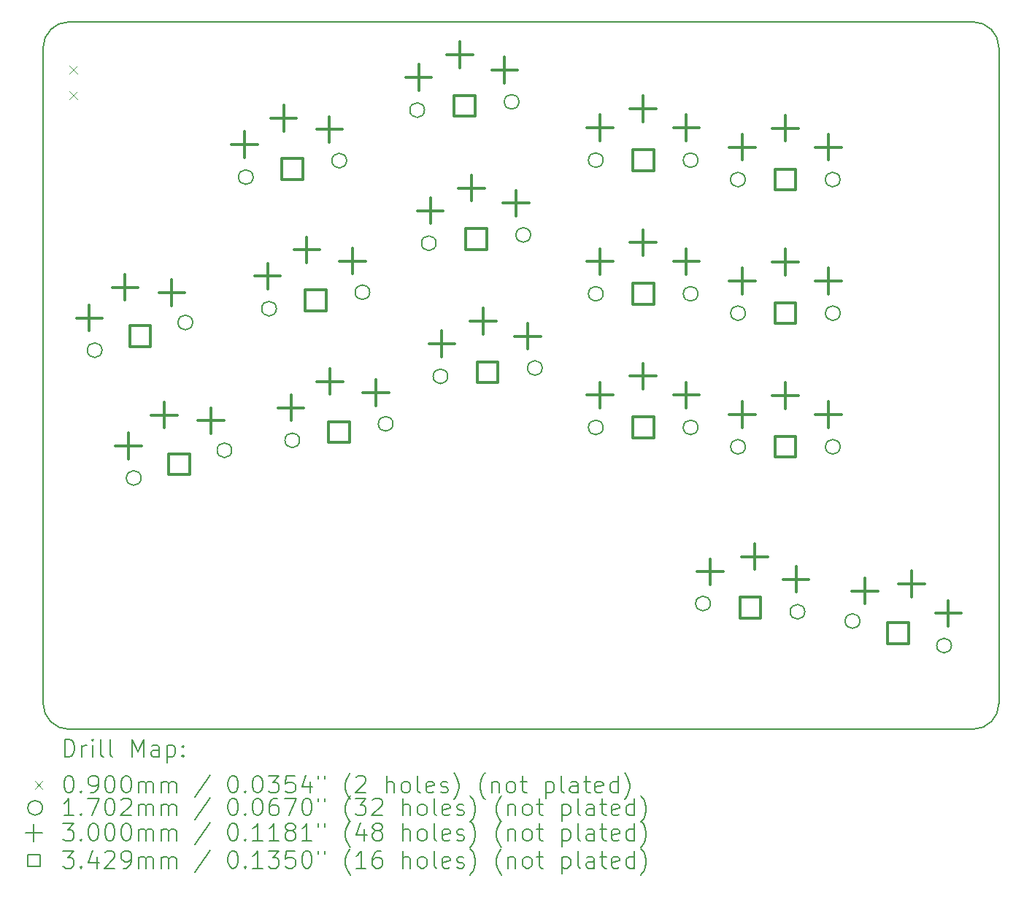
<source format=gbr>
%FSLAX45Y45*%
G04 Gerber Fmt 4.5, Leading zero omitted, Abs format (unit mm)*
G04 Created by KiCad (PCBNEW (6.0.4-0)) date 2022-06-15 11:13:43*
%MOMM*%
%LPD*%
G01*
G04 APERTURE LIST*
%TA.AperFunction,Profile*%
%ADD10C,0.150000*%
%TD*%
%ADD11C,0.200000*%
%ADD12C,0.090000*%
%ADD13C,0.170180*%
%ADD14C,0.300000*%
%ADD15C,0.342900*%
G04 APERTURE END LIST*
D10*
X19450634Y-5704187D02*
X29937965Y-5704187D01*
X30237973Y-6004187D02*
G75*
G03*
X29937965Y-5704187I-300003J-3D01*
G01*
X29937965Y-13909590D02*
X19450634Y-13909590D01*
X30237965Y-6004187D02*
X30237965Y-13609590D01*
X29937965Y-13909585D02*
G75*
G03*
X30237965Y-13609590I5J299995D01*
G01*
X19150640Y-13609590D02*
G75*
G03*
X19450634Y-13909590I299990J-10D01*
G01*
X19450634Y-5704184D02*
G75*
G03*
X19150634Y-6004187I6J-300006D01*
G01*
X19150634Y-13609590D02*
X19150634Y-6004187D01*
D11*
D12*
X19457176Y-6211550D02*
X19547176Y-6301550D01*
X19547176Y-6211550D02*
X19457176Y-6301550D01*
X19457176Y-6511550D02*
X19547176Y-6601550D01*
X19547176Y-6511550D02*
X19457176Y-6601550D01*
D13*
X19833566Y-9512519D02*
G75*
G03*
X19833566Y-9512519I-85090J0D01*
G01*
X20286742Y-10994792D02*
G75*
G03*
X20286742Y-10994792I-85090J0D01*
G01*
X20885501Y-9190910D02*
G75*
G03*
X20885501Y-9190910I-85090J0D01*
G01*
X21338677Y-10673183D02*
G75*
G03*
X21338677Y-10673183I-85090J0D01*
G01*
X21587224Y-7504615D02*
G75*
G03*
X21587224Y-7504615I-85090J0D01*
G01*
X21856378Y-9031068D02*
G75*
G03*
X21856378Y-9031068I-85090J0D01*
G01*
X22125533Y-10557520D02*
G75*
G03*
X22125533Y-10557520I-85090J0D01*
G01*
X22670512Y-7313602D02*
G75*
G03*
X22670512Y-7313602I-85090J0D01*
G01*
X22939667Y-8840055D02*
G75*
G03*
X22939667Y-8840055I-85090J0D01*
G01*
X23208821Y-10366507D02*
G75*
G03*
X23208821Y-10366507I-85090J0D01*
G01*
X23574406Y-6727138D02*
G75*
G03*
X23574406Y-6727138I-85090J0D01*
G01*
X23709498Y-8271240D02*
G75*
G03*
X23709498Y-8271240I-85090J0D01*
G01*
X23844589Y-9815342D02*
G75*
G03*
X23844589Y-9815342I-85090J0D01*
G01*
X24670220Y-6631267D02*
G75*
G03*
X24670220Y-6631267I-85090J0D01*
G01*
X24805312Y-8175369D02*
G75*
G03*
X24805312Y-8175369I-85090J0D01*
G01*
X24940403Y-9719471D02*
G75*
G03*
X24940403Y-9719471I-85090J0D01*
G01*
X25646290Y-7308200D02*
G75*
G03*
X25646290Y-7308200I-85090J0D01*
G01*
X25646290Y-8858200D02*
G75*
G03*
X25646290Y-8858200I-85090J0D01*
G01*
X25646290Y-10408200D02*
G75*
G03*
X25646290Y-10408200I-85090J0D01*
G01*
X26746290Y-7308200D02*
G75*
G03*
X26746290Y-7308200I-85090J0D01*
G01*
X26746290Y-8858200D02*
G75*
G03*
X26746290Y-8858200I-85090J0D01*
G01*
X26746290Y-10408200D02*
G75*
G03*
X26746290Y-10408200I-85090J0D01*
G01*
X26890280Y-12451071D02*
G75*
G03*
X26890280Y-12451071I-85090J0D01*
G01*
X27295290Y-7533074D02*
G75*
G03*
X27295290Y-7533074I-85090J0D01*
G01*
X27296290Y-9083200D02*
G75*
G03*
X27296290Y-9083200I-85090J0D01*
G01*
X27296290Y-10633200D02*
G75*
G03*
X27296290Y-10633200I-85090J0D01*
G01*
X27986095Y-12546942D02*
G75*
G03*
X27986095Y-12546942I-85090J0D01*
G01*
X28395290Y-7533074D02*
G75*
G03*
X28395290Y-7533074I-85090J0D01*
G01*
X28396290Y-9083200D02*
G75*
G03*
X28396290Y-9083200I-85090J0D01*
G01*
X28396290Y-10633200D02*
G75*
G03*
X28396290Y-10633200I-85090J0D01*
G01*
X28624323Y-12654566D02*
G75*
G03*
X28624323Y-12654566I-85090J0D01*
G01*
X29686841Y-12939267D02*
G75*
G03*
X29686841Y-12939267I-85090J0D01*
G01*
D14*
X19686651Y-8989287D02*
X19686651Y-9289287D01*
X19536651Y-9139287D02*
X19836651Y-9139287D01*
X20100482Y-8632714D02*
X20100482Y-8932714D01*
X19950482Y-8782714D02*
X20250482Y-8782714D01*
X20139828Y-10471559D02*
X20139828Y-10771559D01*
X19989828Y-10621559D02*
X20289828Y-10621559D01*
X20553658Y-10114986D02*
X20553658Y-10414986D01*
X20403658Y-10264986D02*
X20703658Y-10264986D01*
X20642956Y-8696915D02*
X20642956Y-8996915D01*
X20492956Y-8846915D02*
X20792956Y-8846915D01*
X21096132Y-10179187D02*
X21096132Y-10479187D01*
X20946132Y-10329187D02*
X21246132Y-10329187D01*
X21486256Y-6976630D02*
X21486256Y-7276630D01*
X21336256Y-7126630D02*
X21636256Y-7126630D01*
X21755411Y-8503082D02*
X21755411Y-8803082D01*
X21605411Y-8653082D02*
X21905411Y-8653082D01*
X21940457Y-6673148D02*
X21940457Y-6973148D01*
X21790457Y-6823148D02*
X22090457Y-6823148D01*
X22024565Y-10029534D02*
X22024565Y-10329534D01*
X21874565Y-10179534D02*
X22174565Y-10179534D01*
X22209612Y-8199600D02*
X22209612Y-8499600D01*
X22059612Y-8349600D02*
X22359612Y-8349600D01*
X22471064Y-6802982D02*
X22471064Y-7102982D01*
X22321064Y-6952982D02*
X22621064Y-6952982D01*
X22478766Y-9726052D02*
X22478766Y-10026052D01*
X22328767Y-9876052D02*
X22628766Y-9876052D01*
X22740218Y-8329434D02*
X22740218Y-8629434D01*
X22590218Y-8479434D02*
X22890218Y-8479434D01*
X23009373Y-9855886D02*
X23009373Y-10155886D01*
X22859373Y-10005886D02*
X23159373Y-10005886D01*
X23506442Y-6199208D02*
X23506442Y-6499208D01*
X23356442Y-6349208D02*
X23656442Y-6349208D01*
X23641534Y-7743309D02*
X23641534Y-8043309D01*
X23491534Y-7893309D02*
X23791534Y-7893309D01*
X23776625Y-9287411D02*
X23776625Y-9587411D01*
X23626625Y-9437411D02*
X23926625Y-9437411D01*
X23985365Y-5936467D02*
X23985365Y-6236467D01*
X23835365Y-6086467D02*
X24135365Y-6086467D01*
X24120457Y-7480569D02*
X24120457Y-7780569D01*
X23970457Y-7630569D02*
X24270457Y-7630569D01*
X24255548Y-9024670D02*
X24255548Y-9324670D01*
X24105548Y-9174670D02*
X24405548Y-9174670D01*
X24502637Y-6112052D02*
X24502637Y-6412052D01*
X24352637Y-6262052D02*
X24652637Y-6262052D01*
X24637729Y-7656154D02*
X24637729Y-7956154D01*
X24487729Y-7806154D02*
X24787729Y-7806154D01*
X24772820Y-9200255D02*
X24772820Y-9500255D01*
X24622820Y-9350255D02*
X24922820Y-9350255D01*
X25611200Y-6783200D02*
X25611200Y-7083200D01*
X25461200Y-6933200D02*
X25761200Y-6933200D01*
X25611200Y-8333200D02*
X25611200Y-8633200D01*
X25461200Y-8483200D02*
X25761200Y-8483200D01*
X25611200Y-9883200D02*
X25611200Y-10183200D01*
X25461200Y-10033200D02*
X25761200Y-10033200D01*
X26111200Y-6563200D02*
X26111200Y-6863200D01*
X25961200Y-6713200D02*
X26261200Y-6713200D01*
X26111200Y-8113200D02*
X26111200Y-8413200D01*
X25961200Y-8263200D02*
X26261200Y-8263200D01*
X26111200Y-9663200D02*
X26111200Y-9963200D01*
X25961200Y-9813200D02*
X26261200Y-9813200D01*
X26611200Y-6783200D02*
X26611200Y-7083200D01*
X26461200Y-6933200D02*
X26761200Y-6933200D01*
X26611200Y-8333200D02*
X26611200Y-8633200D01*
X26461200Y-8483200D02*
X26761200Y-8483200D01*
X26611200Y-9883200D02*
X26611200Y-10183200D01*
X26461200Y-10033200D02*
X26761200Y-10033200D01*
X26887683Y-11931856D02*
X26887683Y-12231856D01*
X26737683Y-12081856D02*
X27037683Y-12081856D01*
X27260200Y-7008075D02*
X27260200Y-7308075D01*
X27110200Y-7158075D02*
X27410200Y-7158075D01*
X27261200Y-8558200D02*
X27261200Y-8858200D01*
X27111200Y-8708200D02*
X27411200Y-8708200D01*
X27261200Y-10108200D02*
X27261200Y-10408200D01*
X27111200Y-10258200D02*
X27411200Y-10258200D01*
X27404955Y-11756271D02*
X27404955Y-12056271D01*
X27254955Y-11906271D02*
X27554955Y-11906271D01*
X27760200Y-6788074D02*
X27760200Y-7088074D01*
X27610200Y-6938074D02*
X27910200Y-6938074D01*
X27761200Y-8338200D02*
X27761200Y-8638200D01*
X27611200Y-8488200D02*
X27911200Y-8488200D01*
X27761200Y-9888200D02*
X27761200Y-10188200D01*
X27611200Y-10038200D02*
X27911200Y-10038200D01*
X27883878Y-12019011D02*
X27883878Y-12319011D01*
X27733878Y-12169011D02*
X28033878Y-12169011D01*
X28260200Y-7008075D02*
X28260200Y-7308075D01*
X28110200Y-7158075D02*
X28410200Y-7158075D01*
X28261200Y-8558200D02*
X28261200Y-8858200D01*
X28111200Y-8708200D02*
X28411200Y-8708200D01*
X28261200Y-10108200D02*
X28261200Y-10408200D01*
X28111200Y-10258200D02*
X28411200Y-10258200D01*
X28684586Y-12155285D02*
X28684586Y-12455285D01*
X28534586Y-12305285D02*
X28834586Y-12305285D01*
X29224489Y-12072191D02*
X29224489Y-12372191D01*
X29074489Y-12222191D02*
X29374489Y-12222191D01*
X29650512Y-12414104D02*
X29650512Y-12714104D01*
X29500512Y-12564104D02*
X29800512Y-12564104D01*
D15*
X20395678Y-9472949D02*
X20395678Y-9230480D01*
X20153209Y-9230480D01*
X20153209Y-9472949D01*
X20395678Y-9472949D01*
X20848854Y-10955222D02*
X20848854Y-10712753D01*
X20606385Y-10712753D01*
X20606385Y-10955222D01*
X20848854Y-10955222D01*
X22165013Y-7530344D02*
X22165013Y-7287874D01*
X21922543Y-7287874D01*
X21922543Y-7530344D01*
X22165013Y-7530344D01*
X22434167Y-9056796D02*
X22434167Y-8814326D01*
X22191698Y-8814326D01*
X22191698Y-9056796D01*
X22434167Y-9056796D01*
X22703322Y-10583248D02*
X22703322Y-10340778D01*
X22460853Y-10340778D01*
X22460853Y-10583248D01*
X22703322Y-10583248D01*
X24158458Y-6800437D02*
X24158458Y-6557968D01*
X23915989Y-6557968D01*
X23915989Y-6800437D01*
X24158458Y-6800437D01*
X24293549Y-8344539D02*
X24293549Y-8102070D01*
X24051080Y-8102070D01*
X24051080Y-8344539D01*
X24293549Y-8344539D01*
X24428641Y-9888641D02*
X24428641Y-9646172D01*
X24186171Y-9646172D01*
X24186171Y-9888641D01*
X24428641Y-9888641D01*
X26232435Y-7429435D02*
X26232435Y-7186965D01*
X25989965Y-7186965D01*
X25989965Y-7429435D01*
X26232435Y-7429435D01*
X26232435Y-8979435D02*
X26232435Y-8736965D01*
X25989965Y-8736965D01*
X25989965Y-8979435D01*
X26232435Y-8979435D01*
X26232435Y-10529435D02*
X26232435Y-10286965D01*
X25989965Y-10286965D01*
X25989965Y-10529435D01*
X26232435Y-10529435D01*
X27474332Y-12620241D02*
X27474332Y-12377772D01*
X27231863Y-12377772D01*
X27231863Y-12620241D01*
X27474332Y-12620241D01*
X27881434Y-7654309D02*
X27881434Y-7411840D01*
X27638965Y-7411840D01*
X27638965Y-7654309D01*
X27881434Y-7654309D01*
X27882435Y-9204435D02*
X27882435Y-8961965D01*
X27639965Y-8961965D01*
X27639965Y-9204435D01*
X27882435Y-9204435D01*
X27882435Y-10754435D02*
X27882435Y-10511965D01*
X27639965Y-10511965D01*
X27639965Y-10754435D01*
X27882435Y-10754435D01*
X29191727Y-12918152D02*
X29191727Y-12675682D01*
X28949258Y-12675682D01*
X28949258Y-12918152D01*
X29191727Y-12918152D01*
D11*
X19400753Y-14227566D02*
X19400753Y-14027566D01*
X19448372Y-14027566D01*
X19476944Y-14037090D01*
X19495991Y-14056137D01*
X19505515Y-14075185D01*
X19515039Y-14113280D01*
X19515039Y-14141852D01*
X19505515Y-14179947D01*
X19495991Y-14198995D01*
X19476944Y-14218042D01*
X19448372Y-14227566D01*
X19400753Y-14227566D01*
X19600753Y-14227566D02*
X19600753Y-14094233D01*
X19600753Y-14132328D02*
X19610277Y-14113280D01*
X19619801Y-14103756D01*
X19638849Y-14094233D01*
X19657896Y-14094233D01*
X19724563Y-14227566D02*
X19724563Y-14094233D01*
X19724563Y-14027566D02*
X19715039Y-14037090D01*
X19724563Y-14046614D01*
X19734087Y-14037090D01*
X19724563Y-14027566D01*
X19724563Y-14046614D01*
X19848372Y-14227566D02*
X19829325Y-14218042D01*
X19819801Y-14198995D01*
X19819801Y-14027566D01*
X19953134Y-14227566D02*
X19934087Y-14218042D01*
X19924563Y-14198995D01*
X19924563Y-14027566D01*
X20181706Y-14227566D02*
X20181706Y-14027566D01*
X20248372Y-14170423D01*
X20315039Y-14027566D01*
X20315039Y-14227566D01*
X20495991Y-14227566D02*
X20495991Y-14122804D01*
X20486468Y-14103756D01*
X20467420Y-14094233D01*
X20429325Y-14094233D01*
X20410277Y-14103756D01*
X20495991Y-14218042D02*
X20476944Y-14227566D01*
X20429325Y-14227566D01*
X20410277Y-14218042D01*
X20400753Y-14198995D01*
X20400753Y-14179947D01*
X20410277Y-14160899D01*
X20429325Y-14151376D01*
X20476944Y-14151376D01*
X20495991Y-14141852D01*
X20591230Y-14094233D02*
X20591230Y-14294233D01*
X20591230Y-14103756D02*
X20610277Y-14094233D01*
X20648372Y-14094233D01*
X20667420Y-14103756D01*
X20676944Y-14113280D01*
X20686468Y-14132328D01*
X20686468Y-14189471D01*
X20676944Y-14208518D01*
X20667420Y-14218042D01*
X20648372Y-14227566D01*
X20610277Y-14227566D01*
X20591230Y-14218042D01*
X20772182Y-14208518D02*
X20781706Y-14218042D01*
X20772182Y-14227566D01*
X20762658Y-14218042D01*
X20772182Y-14208518D01*
X20772182Y-14227566D01*
X20772182Y-14103756D02*
X20781706Y-14113280D01*
X20772182Y-14122804D01*
X20762658Y-14113280D01*
X20772182Y-14103756D01*
X20772182Y-14122804D01*
D12*
X19053134Y-14512090D02*
X19143134Y-14602090D01*
X19143134Y-14512090D02*
X19053134Y-14602090D01*
D11*
X19438849Y-14447566D02*
X19457896Y-14447566D01*
X19476944Y-14457090D01*
X19486468Y-14466614D01*
X19495991Y-14485661D01*
X19505515Y-14523756D01*
X19505515Y-14571376D01*
X19495991Y-14609471D01*
X19486468Y-14628518D01*
X19476944Y-14638042D01*
X19457896Y-14647566D01*
X19438849Y-14647566D01*
X19419801Y-14638042D01*
X19410277Y-14628518D01*
X19400753Y-14609471D01*
X19391230Y-14571376D01*
X19391230Y-14523756D01*
X19400753Y-14485661D01*
X19410277Y-14466614D01*
X19419801Y-14457090D01*
X19438849Y-14447566D01*
X19591230Y-14628518D02*
X19600753Y-14638042D01*
X19591230Y-14647566D01*
X19581706Y-14638042D01*
X19591230Y-14628518D01*
X19591230Y-14647566D01*
X19695991Y-14647566D02*
X19734087Y-14647566D01*
X19753134Y-14638042D01*
X19762658Y-14628518D01*
X19781706Y-14599947D01*
X19791230Y-14561852D01*
X19791230Y-14485661D01*
X19781706Y-14466614D01*
X19772182Y-14457090D01*
X19753134Y-14447566D01*
X19715039Y-14447566D01*
X19695991Y-14457090D01*
X19686468Y-14466614D01*
X19676944Y-14485661D01*
X19676944Y-14533280D01*
X19686468Y-14552328D01*
X19695991Y-14561852D01*
X19715039Y-14571376D01*
X19753134Y-14571376D01*
X19772182Y-14561852D01*
X19781706Y-14552328D01*
X19791230Y-14533280D01*
X19915039Y-14447566D02*
X19934087Y-14447566D01*
X19953134Y-14457090D01*
X19962658Y-14466614D01*
X19972182Y-14485661D01*
X19981706Y-14523756D01*
X19981706Y-14571376D01*
X19972182Y-14609471D01*
X19962658Y-14628518D01*
X19953134Y-14638042D01*
X19934087Y-14647566D01*
X19915039Y-14647566D01*
X19895991Y-14638042D01*
X19886468Y-14628518D01*
X19876944Y-14609471D01*
X19867420Y-14571376D01*
X19867420Y-14523756D01*
X19876944Y-14485661D01*
X19886468Y-14466614D01*
X19895991Y-14457090D01*
X19915039Y-14447566D01*
X20105515Y-14447566D02*
X20124563Y-14447566D01*
X20143610Y-14457090D01*
X20153134Y-14466614D01*
X20162658Y-14485661D01*
X20172182Y-14523756D01*
X20172182Y-14571376D01*
X20162658Y-14609471D01*
X20153134Y-14628518D01*
X20143610Y-14638042D01*
X20124563Y-14647566D01*
X20105515Y-14647566D01*
X20086468Y-14638042D01*
X20076944Y-14628518D01*
X20067420Y-14609471D01*
X20057896Y-14571376D01*
X20057896Y-14523756D01*
X20067420Y-14485661D01*
X20076944Y-14466614D01*
X20086468Y-14457090D01*
X20105515Y-14447566D01*
X20257896Y-14647566D02*
X20257896Y-14514233D01*
X20257896Y-14533280D02*
X20267420Y-14523756D01*
X20286468Y-14514233D01*
X20315039Y-14514233D01*
X20334087Y-14523756D01*
X20343610Y-14542804D01*
X20343610Y-14647566D01*
X20343610Y-14542804D02*
X20353134Y-14523756D01*
X20372182Y-14514233D01*
X20400753Y-14514233D01*
X20419801Y-14523756D01*
X20429325Y-14542804D01*
X20429325Y-14647566D01*
X20524563Y-14647566D02*
X20524563Y-14514233D01*
X20524563Y-14533280D02*
X20534087Y-14523756D01*
X20553134Y-14514233D01*
X20581706Y-14514233D01*
X20600753Y-14523756D01*
X20610277Y-14542804D01*
X20610277Y-14647566D01*
X20610277Y-14542804D02*
X20619801Y-14523756D01*
X20638849Y-14514233D01*
X20667420Y-14514233D01*
X20686468Y-14523756D01*
X20695991Y-14542804D01*
X20695991Y-14647566D01*
X21086468Y-14438042D02*
X20915039Y-14695185D01*
X21343610Y-14447566D02*
X21362658Y-14447566D01*
X21381706Y-14457090D01*
X21391230Y-14466614D01*
X21400753Y-14485661D01*
X21410277Y-14523756D01*
X21410277Y-14571376D01*
X21400753Y-14609471D01*
X21391230Y-14628518D01*
X21381706Y-14638042D01*
X21362658Y-14647566D01*
X21343610Y-14647566D01*
X21324563Y-14638042D01*
X21315039Y-14628518D01*
X21305515Y-14609471D01*
X21295991Y-14571376D01*
X21295991Y-14523756D01*
X21305515Y-14485661D01*
X21315039Y-14466614D01*
X21324563Y-14457090D01*
X21343610Y-14447566D01*
X21495991Y-14628518D02*
X21505515Y-14638042D01*
X21495991Y-14647566D01*
X21486468Y-14638042D01*
X21495991Y-14628518D01*
X21495991Y-14647566D01*
X21629325Y-14447566D02*
X21648372Y-14447566D01*
X21667420Y-14457090D01*
X21676944Y-14466614D01*
X21686468Y-14485661D01*
X21695991Y-14523756D01*
X21695991Y-14571376D01*
X21686468Y-14609471D01*
X21676944Y-14628518D01*
X21667420Y-14638042D01*
X21648372Y-14647566D01*
X21629325Y-14647566D01*
X21610277Y-14638042D01*
X21600753Y-14628518D01*
X21591230Y-14609471D01*
X21581706Y-14571376D01*
X21581706Y-14523756D01*
X21591230Y-14485661D01*
X21600753Y-14466614D01*
X21610277Y-14457090D01*
X21629325Y-14447566D01*
X21762658Y-14447566D02*
X21886468Y-14447566D01*
X21819801Y-14523756D01*
X21848372Y-14523756D01*
X21867420Y-14533280D01*
X21876944Y-14542804D01*
X21886468Y-14561852D01*
X21886468Y-14609471D01*
X21876944Y-14628518D01*
X21867420Y-14638042D01*
X21848372Y-14647566D01*
X21791230Y-14647566D01*
X21772182Y-14638042D01*
X21762658Y-14628518D01*
X22067420Y-14447566D02*
X21972182Y-14447566D01*
X21962658Y-14542804D01*
X21972182Y-14533280D01*
X21991230Y-14523756D01*
X22038849Y-14523756D01*
X22057896Y-14533280D01*
X22067420Y-14542804D01*
X22076944Y-14561852D01*
X22076944Y-14609471D01*
X22067420Y-14628518D01*
X22057896Y-14638042D01*
X22038849Y-14647566D01*
X21991230Y-14647566D01*
X21972182Y-14638042D01*
X21962658Y-14628518D01*
X22248372Y-14514233D02*
X22248372Y-14647566D01*
X22200753Y-14438042D02*
X22153134Y-14580899D01*
X22276944Y-14580899D01*
X22343610Y-14447566D02*
X22343610Y-14485661D01*
X22419801Y-14447566D02*
X22419801Y-14485661D01*
X22715039Y-14723756D02*
X22705515Y-14714233D01*
X22686468Y-14685661D01*
X22676944Y-14666614D01*
X22667420Y-14638042D01*
X22657896Y-14590423D01*
X22657896Y-14552328D01*
X22667420Y-14504709D01*
X22676944Y-14476137D01*
X22686468Y-14457090D01*
X22705515Y-14428518D01*
X22715039Y-14418995D01*
X22781706Y-14466614D02*
X22791229Y-14457090D01*
X22810277Y-14447566D01*
X22857896Y-14447566D01*
X22876944Y-14457090D01*
X22886468Y-14466614D01*
X22895991Y-14485661D01*
X22895991Y-14504709D01*
X22886468Y-14533280D01*
X22772182Y-14647566D01*
X22895991Y-14647566D01*
X23134087Y-14647566D02*
X23134087Y-14447566D01*
X23219801Y-14647566D02*
X23219801Y-14542804D01*
X23210277Y-14523756D01*
X23191229Y-14514233D01*
X23162658Y-14514233D01*
X23143610Y-14523756D01*
X23134087Y-14533280D01*
X23343610Y-14647566D02*
X23324563Y-14638042D01*
X23315039Y-14628518D01*
X23305515Y-14609471D01*
X23305515Y-14552328D01*
X23315039Y-14533280D01*
X23324563Y-14523756D01*
X23343610Y-14514233D01*
X23372182Y-14514233D01*
X23391229Y-14523756D01*
X23400753Y-14533280D01*
X23410277Y-14552328D01*
X23410277Y-14609471D01*
X23400753Y-14628518D01*
X23391229Y-14638042D01*
X23372182Y-14647566D01*
X23343610Y-14647566D01*
X23524563Y-14647566D02*
X23505515Y-14638042D01*
X23495991Y-14618995D01*
X23495991Y-14447566D01*
X23676944Y-14638042D02*
X23657896Y-14647566D01*
X23619801Y-14647566D01*
X23600753Y-14638042D01*
X23591229Y-14618995D01*
X23591229Y-14542804D01*
X23600753Y-14523756D01*
X23619801Y-14514233D01*
X23657896Y-14514233D01*
X23676944Y-14523756D01*
X23686468Y-14542804D01*
X23686468Y-14561852D01*
X23591229Y-14580899D01*
X23762658Y-14638042D02*
X23781706Y-14647566D01*
X23819801Y-14647566D01*
X23838848Y-14638042D01*
X23848372Y-14618995D01*
X23848372Y-14609471D01*
X23838848Y-14590423D01*
X23819801Y-14580899D01*
X23791229Y-14580899D01*
X23772182Y-14571376D01*
X23762658Y-14552328D01*
X23762658Y-14542804D01*
X23772182Y-14523756D01*
X23791229Y-14514233D01*
X23819801Y-14514233D01*
X23838848Y-14523756D01*
X23915039Y-14723756D02*
X23924563Y-14714233D01*
X23943610Y-14685661D01*
X23953134Y-14666614D01*
X23962658Y-14638042D01*
X23972182Y-14590423D01*
X23972182Y-14552328D01*
X23962658Y-14504709D01*
X23953134Y-14476137D01*
X23943610Y-14457090D01*
X23924563Y-14428518D01*
X23915039Y-14418995D01*
X24276944Y-14723756D02*
X24267420Y-14714233D01*
X24248372Y-14685661D01*
X24238848Y-14666614D01*
X24229325Y-14638042D01*
X24219801Y-14590423D01*
X24219801Y-14552328D01*
X24229325Y-14504709D01*
X24238848Y-14476137D01*
X24248372Y-14457090D01*
X24267420Y-14428518D01*
X24276944Y-14418995D01*
X24353134Y-14514233D02*
X24353134Y-14647566D01*
X24353134Y-14533280D02*
X24362658Y-14523756D01*
X24381706Y-14514233D01*
X24410277Y-14514233D01*
X24429325Y-14523756D01*
X24438848Y-14542804D01*
X24438848Y-14647566D01*
X24562658Y-14647566D02*
X24543610Y-14638042D01*
X24534087Y-14628518D01*
X24524563Y-14609471D01*
X24524563Y-14552328D01*
X24534087Y-14533280D01*
X24543610Y-14523756D01*
X24562658Y-14514233D01*
X24591229Y-14514233D01*
X24610277Y-14523756D01*
X24619801Y-14533280D01*
X24629325Y-14552328D01*
X24629325Y-14609471D01*
X24619801Y-14628518D01*
X24610277Y-14638042D01*
X24591229Y-14647566D01*
X24562658Y-14647566D01*
X24686468Y-14514233D02*
X24762658Y-14514233D01*
X24715039Y-14447566D02*
X24715039Y-14618995D01*
X24724563Y-14638042D01*
X24743610Y-14647566D01*
X24762658Y-14647566D01*
X24981706Y-14514233D02*
X24981706Y-14714233D01*
X24981706Y-14523756D02*
X25000753Y-14514233D01*
X25038848Y-14514233D01*
X25057896Y-14523756D01*
X25067420Y-14533280D01*
X25076944Y-14552328D01*
X25076944Y-14609471D01*
X25067420Y-14628518D01*
X25057896Y-14638042D01*
X25038848Y-14647566D01*
X25000753Y-14647566D01*
X24981706Y-14638042D01*
X25191229Y-14647566D02*
X25172182Y-14638042D01*
X25162658Y-14618995D01*
X25162658Y-14447566D01*
X25353134Y-14647566D02*
X25353134Y-14542804D01*
X25343610Y-14523756D01*
X25324563Y-14514233D01*
X25286468Y-14514233D01*
X25267420Y-14523756D01*
X25353134Y-14638042D02*
X25334087Y-14647566D01*
X25286468Y-14647566D01*
X25267420Y-14638042D01*
X25257896Y-14618995D01*
X25257896Y-14599947D01*
X25267420Y-14580899D01*
X25286468Y-14571376D01*
X25334087Y-14571376D01*
X25353134Y-14561852D01*
X25419801Y-14514233D02*
X25495991Y-14514233D01*
X25448372Y-14447566D02*
X25448372Y-14618995D01*
X25457896Y-14638042D01*
X25476944Y-14647566D01*
X25495991Y-14647566D01*
X25638848Y-14638042D02*
X25619801Y-14647566D01*
X25581706Y-14647566D01*
X25562658Y-14638042D01*
X25553134Y-14618995D01*
X25553134Y-14542804D01*
X25562658Y-14523756D01*
X25581706Y-14514233D01*
X25619801Y-14514233D01*
X25638848Y-14523756D01*
X25648372Y-14542804D01*
X25648372Y-14561852D01*
X25553134Y-14580899D01*
X25819801Y-14647566D02*
X25819801Y-14447566D01*
X25819801Y-14638042D02*
X25800753Y-14647566D01*
X25762658Y-14647566D01*
X25743610Y-14638042D01*
X25734087Y-14628518D01*
X25724563Y-14609471D01*
X25724563Y-14552328D01*
X25734087Y-14533280D01*
X25743610Y-14523756D01*
X25762658Y-14514233D01*
X25800753Y-14514233D01*
X25819801Y-14523756D01*
X25895991Y-14723756D02*
X25905515Y-14714233D01*
X25924563Y-14685661D01*
X25934087Y-14666614D01*
X25943610Y-14638042D01*
X25953134Y-14590423D01*
X25953134Y-14552328D01*
X25943610Y-14504709D01*
X25934087Y-14476137D01*
X25924563Y-14457090D01*
X25905515Y-14428518D01*
X25895991Y-14418995D01*
D13*
X19143134Y-14821090D02*
G75*
G03*
X19143134Y-14821090I-85090J0D01*
G01*
D11*
X19505515Y-14911566D02*
X19391230Y-14911566D01*
X19448372Y-14911566D02*
X19448372Y-14711566D01*
X19429325Y-14740137D01*
X19410277Y-14759185D01*
X19391230Y-14768709D01*
X19591230Y-14892518D02*
X19600753Y-14902042D01*
X19591230Y-14911566D01*
X19581706Y-14902042D01*
X19591230Y-14892518D01*
X19591230Y-14911566D01*
X19667420Y-14711566D02*
X19800753Y-14711566D01*
X19715039Y-14911566D01*
X19915039Y-14711566D02*
X19934087Y-14711566D01*
X19953134Y-14721090D01*
X19962658Y-14730614D01*
X19972182Y-14749661D01*
X19981706Y-14787756D01*
X19981706Y-14835376D01*
X19972182Y-14873471D01*
X19962658Y-14892518D01*
X19953134Y-14902042D01*
X19934087Y-14911566D01*
X19915039Y-14911566D01*
X19895991Y-14902042D01*
X19886468Y-14892518D01*
X19876944Y-14873471D01*
X19867420Y-14835376D01*
X19867420Y-14787756D01*
X19876944Y-14749661D01*
X19886468Y-14730614D01*
X19895991Y-14721090D01*
X19915039Y-14711566D01*
X20057896Y-14730614D02*
X20067420Y-14721090D01*
X20086468Y-14711566D01*
X20134087Y-14711566D01*
X20153134Y-14721090D01*
X20162658Y-14730614D01*
X20172182Y-14749661D01*
X20172182Y-14768709D01*
X20162658Y-14797280D01*
X20048372Y-14911566D01*
X20172182Y-14911566D01*
X20257896Y-14911566D02*
X20257896Y-14778233D01*
X20257896Y-14797280D02*
X20267420Y-14787756D01*
X20286468Y-14778233D01*
X20315039Y-14778233D01*
X20334087Y-14787756D01*
X20343610Y-14806804D01*
X20343610Y-14911566D01*
X20343610Y-14806804D02*
X20353134Y-14787756D01*
X20372182Y-14778233D01*
X20400753Y-14778233D01*
X20419801Y-14787756D01*
X20429325Y-14806804D01*
X20429325Y-14911566D01*
X20524563Y-14911566D02*
X20524563Y-14778233D01*
X20524563Y-14797280D02*
X20534087Y-14787756D01*
X20553134Y-14778233D01*
X20581706Y-14778233D01*
X20600753Y-14787756D01*
X20610277Y-14806804D01*
X20610277Y-14911566D01*
X20610277Y-14806804D02*
X20619801Y-14787756D01*
X20638849Y-14778233D01*
X20667420Y-14778233D01*
X20686468Y-14787756D01*
X20695991Y-14806804D01*
X20695991Y-14911566D01*
X21086468Y-14702042D02*
X20915039Y-14959185D01*
X21343610Y-14711566D02*
X21362658Y-14711566D01*
X21381706Y-14721090D01*
X21391230Y-14730614D01*
X21400753Y-14749661D01*
X21410277Y-14787756D01*
X21410277Y-14835376D01*
X21400753Y-14873471D01*
X21391230Y-14892518D01*
X21381706Y-14902042D01*
X21362658Y-14911566D01*
X21343610Y-14911566D01*
X21324563Y-14902042D01*
X21315039Y-14892518D01*
X21305515Y-14873471D01*
X21295991Y-14835376D01*
X21295991Y-14787756D01*
X21305515Y-14749661D01*
X21315039Y-14730614D01*
X21324563Y-14721090D01*
X21343610Y-14711566D01*
X21495991Y-14892518D02*
X21505515Y-14902042D01*
X21495991Y-14911566D01*
X21486468Y-14902042D01*
X21495991Y-14892518D01*
X21495991Y-14911566D01*
X21629325Y-14711566D02*
X21648372Y-14711566D01*
X21667420Y-14721090D01*
X21676944Y-14730614D01*
X21686468Y-14749661D01*
X21695991Y-14787756D01*
X21695991Y-14835376D01*
X21686468Y-14873471D01*
X21676944Y-14892518D01*
X21667420Y-14902042D01*
X21648372Y-14911566D01*
X21629325Y-14911566D01*
X21610277Y-14902042D01*
X21600753Y-14892518D01*
X21591230Y-14873471D01*
X21581706Y-14835376D01*
X21581706Y-14787756D01*
X21591230Y-14749661D01*
X21600753Y-14730614D01*
X21610277Y-14721090D01*
X21629325Y-14711566D01*
X21867420Y-14711566D02*
X21829325Y-14711566D01*
X21810277Y-14721090D01*
X21800753Y-14730614D01*
X21781706Y-14759185D01*
X21772182Y-14797280D01*
X21772182Y-14873471D01*
X21781706Y-14892518D01*
X21791230Y-14902042D01*
X21810277Y-14911566D01*
X21848372Y-14911566D01*
X21867420Y-14902042D01*
X21876944Y-14892518D01*
X21886468Y-14873471D01*
X21886468Y-14825852D01*
X21876944Y-14806804D01*
X21867420Y-14797280D01*
X21848372Y-14787756D01*
X21810277Y-14787756D01*
X21791230Y-14797280D01*
X21781706Y-14806804D01*
X21772182Y-14825852D01*
X21953134Y-14711566D02*
X22086468Y-14711566D01*
X22000753Y-14911566D01*
X22200753Y-14711566D02*
X22219801Y-14711566D01*
X22238849Y-14721090D01*
X22248372Y-14730614D01*
X22257896Y-14749661D01*
X22267420Y-14787756D01*
X22267420Y-14835376D01*
X22257896Y-14873471D01*
X22248372Y-14892518D01*
X22238849Y-14902042D01*
X22219801Y-14911566D01*
X22200753Y-14911566D01*
X22181706Y-14902042D01*
X22172182Y-14892518D01*
X22162658Y-14873471D01*
X22153134Y-14835376D01*
X22153134Y-14787756D01*
X22162658Y-14749661D01*
X22172182Y-14730614D01*
X22181706Y-14721090D01*
X22200753Y-14711566D01*
X22343610Y-14711566D02*
X22343610Y-14749661D01*
X22419801Y-14711566D02*
X22419801Y-14749661D01*
X22715039Y-14987756D02*
X22705515Y-14978233D01*
X22686468Y-14949661D01*
X22676944Y-14930614D01*
X22667420Y-14902042D01*
X22657896Y-14854423D01*
X22657896Y-14816328D01*
X22667420Y-14768709D01*
X22676944Y-14740137D01*
X22686468Y-14721090D01*
X22705515Y-14692518D01*
X22715039Y-14682995D01*
X22772182Y-14711566D02*
X22895991Y-14711566D01*
X22829325Y-14787756D01*
X22857896Y-14787756D01*
X22876944Y-14797280D01*
X22886468Y-14806804D01*
X22895991Y-14825852D01*
X22895991Y-14873471D01*
X22886468Y-14892518D01*
X22876944Y-14902042D01*
X22857896Y-14911566D01*
X22800753Y-14911566D01*
X22781706Y-14902042D01*
X22772182Y-14892518D01*
X22972182Y-14730614D02*
X22981706Y-14721090D01*
X23000753Y-14711566D01*
X23048372Y-14711566D01*
X23067420Y-14721090D01*
X23076944Y-14730614D01*
X23086468Y-14749661D01*
X23086468Y-14768709D01*
X23076944Y-14797280D01*
X22962658Y-14911566D01*
X23086468Y-14911566D01*
X23324563Y-14911566D02*
X23324563Y-14711566D01*
X23410277Y-14911566D02*
X23410277Y-14806804D01*
X23400753Y-14787756D01*
X23381706Y-14778233D01*
X23353134Y-14778233D01*
X23334087Y-14787756D01*
X23324563Y-14797280D01*
X23534087Y-14911566D02*
X23515039Y-14902042D01*
X23505515Y-14892518D01*
X23495991Y-14873471D01*
X23495991Y-14816328D01*
X23505515Y-14797280D01*
X23515039Y-14787756D01*
X23534087Y-14778233D01*
X23562658Y-14778233D01*
X23581706Y-14787756D01*
X23591229Y-14797280D01*
X23600753Y-14816328D01*
X23600753Y-14873471D01*
X23591229Y-14892518D01*
X23581706Y-14902042D01*
X23562658Y-14911566D01*
X23534087Y-14911566D01*
X23715039Y-14911566D02*
X23695991Y-14902042D01*
X23686468Y-14882995D01*
X23686468Y-14711566D01*
X23867420Y-14902042D02*
X23848372Y-14911566D01*
X23810277Y-14911566D01*
X23791229Y-14902042D01*
X23781706Y-14882995D01*
X23781706Y-14806804D01*
X23791229Y-14787756D01*
X23810277Y-14778233D01*
X23848372Y-14778233D01*
X23867420Y-14787756D01*
X23876944Y-14806804D01*
X23876944Y-14825852D01*
X23781706Y-14844899D01*
X23953134Y-14902042D02*
X23972182Y-14911566D01*
X24010277Y-14911566D01*
X24029325Y-14902042D01*
X24038848Y-14882995D01*
X24038848Y-14873471D01*
X24029325Y-14854423D01*
X24010277Y-14844899D01*
X23981706Y-14844899D01*
X23962658Y-14835376D01*
X23953134Y-14816328D01*
X23953134Y-14806804D01*
X23962658Y-14787756D01*
X23981706Y-14778233D01*
X24010277Y-14778233D01*
X24029325Y-14787756D01*
X24105515Y-14987756D02*
X24115039Y-14978233D01*
X24134087Y-14949661D01*
X24143610Y-14930614D01*
X24153134Y-14902042D01*
X24162658Y-14854423D01*
X24162658Y-14816328D01*
X24153134Y-14768709D01*
X24143610Y-14740137D01*
X24134087Y-14721090D01*
X24115039Y-14692518D01*
X24105515Y-14682995D01*
X24467420Y-14987756D02*
X24457896Y-14978233D01*
X24438848Y-14949661D01*
X24429325Y-14930614D01*
X24419801Y-14902042D01*
X24410277Y-14854423D01*
X24410277Y-14816328D01*
X24419801Y-14768709D01*
X24429325Y-14740137D01*
X24438848Y-14721090D01*
X24457896Y-14692518D01*
X24467420Y-14682995D01*
X24543610Y-14778233D02*
X24543610Y-14911566D01*
X24543610Y-14797280D02*
X24553134Y-14787756D01*
X24572182Y-14778233D01*
X24600753Y-14778233D01*
X24619801Y-14787756D01*
X24629325Y-14806804D01*
X24629325Y-14911566D01*
X24753134Y-14911566D02*
X24734087Y-14902042D01*
X24724563Y-14892518D01*
X24715039Y-14873471D01*
X24715039Y-14816328D01*
X24724563Y-14797280D01*
X24734087Y-14787756D01*
X24753134Y-14778233D01*
X24781706Y-14778233D01*
X24800753Y-14787756D01*
X24810277Y-14797280D01*
X24819801Y-14816328D01*
X24819801Y-14873471D01*
X24810277Y-14892518D01*
X24800753Y-14902042D01*
X24781706Y-14911566D01*
X24753134Y-14911566D01*
X24876944Y-14778233D02*
X24953134Y-14778233D01*
X24905515Y-14711566D02*
X24905515Y-14882995D01*
X24915039Y-14902042D01*
X24934087Y-14911566D01*
X24953134Y-14911566D01*
X25172182Y-14778233D02*
X25172182Y-14978233D01*
X25172182Y-14787756D02*
X25191229Y-14778233D01*
X25229325Y-14778233D01*
X25248372Y-14787756D01*
X25257896Y-14797280D01*
X25267420Y-14816328D01*
X25267420Y-14873471D01*
X25257896Y-14892518D01*
X25248372Y-14902042D01*
X25229325Y-14911566D01*
X25191229Y-14911566D01*
X25172182Y-14902042D01*
X25381706Y-14911566D02*
X25362658Y-14902042D01*
X25353134Y-14882995D01*
X25353134Y-14711566D01*
X25543610Y-14911566D02*
X25543610Y-14806804D01*
X25534087Y-14787756D01*
X25515039Y-14778233D01*
X25476944Y-14778233D01*
X25457896Y-14787756D01*
X25543610Y-14902042D02*
X25524563Y-14911566D01*
X25476944Y-14911566D01*
X25457896Y-14902042D01*
X25448372Y-14882995D01*
X25448372Y-14863947D01*
X25457896Y-14844899D01*
X25476944Y-14835376D01*
X25524563Y-14835376D01*
X25543610Y-14825852D01*
X25610277Y-14778233D02*
X25686468Y-14778233D01*
X25638848Y-14711566D02*
X25638848Y-14882995D01*
X25648372Y-14902042D01*
X25667420Y-14911566D01*
X25686468Y-14911566D01*
X25829325Y-14902042D02*
X25810277Y-14911566D01*
X25772182Y-14911566D01*
X25753134Y-14902042D01*
X25743610Y-14882995D01*
X25743610Y-14806804D01*
X25753134Y-14787756D01*
X25772182Y-14778233D01*
X25810277Y-14778233D01*
X25829325Y-14787756D01*
X25838848Y-14806804D01*
X25838848Y-14825852D01*
X25743610Y-14844899D01*
X26010277Y-14911566D02*
X26010277Y-14711566D01*
X26010277Y-14902042D02*
X25991229Y-14911566D01*
X25953134Y-14911566D01*
X25934087Y-14902042D01*
X25924563Y-14892518D01*
X25915039Y-14873471D01*
X25915039Y-14816328D01*
X25924563Y-14797280D01*
X25934087Y-14787756D01*
X25953134Y-14778233D01*
X25991229Y-14778233D01*
X26010277Y-14787756D01*
X26086468Y-14987756D02*
X26095991Y-14978233D01*
X26115039Y-14949661D01*
X26124563Y-14930614D01*
X26134087Y-14902042D01*
X26143610Y-14854423D01*
X26143610Y-14816328D01*
X26134087Y-14768709D01*
X26124563Y-14740137D01*
X26115039Y-14721090D01*
X26095991Y-14692518D01*
X26086468Y-14682995D01*
X19043134Y-15011270D02*
X19043134Y-15211270D01*
X18943134Y-15111270D02*
X19143134Y-15111270D01*
X19381706Y-15001746D02*
X19505515Y-15001746D01*
X19438849Y-15077936D01*
X19467420Y-15077936D01*
X19486468Y-15087460D01*
X19495991Y-15096984D01*
X19505515Y-15116032D01*
X19505515Y-15163651D01*
X19495991Y-15182698D01*
X19486468Y-15192222D01*
X19467420Y-15201746D01*
X19410277Y-15201746D01*
X19391230Y-15192222D01*
X19381706Y-15182698D01*
X19591230Y-15182698D02*
X19600753Y-15192222D01*
X19591230Y-15201746D01*
X19581706Y-15192222D01*
X19591230Y-15182698D01*
X19591230Y-15201746D01*
X19724563Y-15001746D02*
X19743610Y-15001746D01*
X19762658Y-15011270D01*
X19772182Y-15020794D01*
X19781706Y-15039841D01*
X19791230Y-15077936D01*
X19791230Y-15125556D01*
X19781706Y-15163651D01*
X19772182Y-15182698D01*
X19762658Y-15192222D01*
X19743610Y-15201746D01*
X19724563Y-15201746D01*
X19705515Y-15192222D01*
X19695991Y-15182698D01*
X19686468Y-15163651D01*
X19676944Y-15125556D01*
X19676944Y-15077936D01*
X19686468Y-15039841D01*
X19695991Y-15020794D01*
X19705515Y-15011270D01*
X19724563Y-15001746D01*
X19915039Y-15001746D02*
X19934087Y-15001746D01*
X19953134Y-15011270D01*
X19962658Y-15020794D01*
X19972182Y-15039841D01*
X19981706Y-15077936D01*
X19981706Y-15125556D01*
X19972182Y-15163651D01*
X19962658Y-15182698D01*
X19953134Y-15192222D01*
X19934087Y-15201746D01*
X19915039Y-15201746D01*
X19895991Y-15192222D01*
X19886468Y-15182698D01*
X19876944Y-15163651D01*
X19867420Y-15125556D01*
X19867420Y-15077936D01*
X19876944Y-15039841D01*
X19886468Y-15020794D01*
X19895991Y-15011270D01*
X19915039Y-15001746D01*
X20105515Y-15001746D02*
X20124563Y-15001746D01*
X20143610Y-15011270D01*
X20153134Y-15020794D01*
X20162658Y-15039841D01*
X20172182Y-15077936D01*
X20172182Y-15125556D01*
X20162658Y-15163651D01*
X20153134Y-15182698D01*
X20143610Y-15192222D01*
X20124563Y-15201746D01*
X20105515Y-15201746D01*
X20086468Y-15192222D01*
X20076944Y-15182698D01*
X20067420Y-15163651D01*
X20057896Y-15125556D01*
X20057896Y-15077936D01*
X20067420Y-15039841D01*
X20076944Y-15020794D01*
X20086468Y-15011270D01*
X20105515Y-15001746D01*
X20257896Y-15201746D02*
X20257896Y-15068413D01*
X20257896Y-15087460D02*
X20267420Y-15077936D01*
X20286468Y-15068413D01*
X20315039Y-15068413D01*
X20334087Y-15077936D01*
X20343610Y-15096984D01*
X20343610Y-15201746D01*
X20343610Y-15096984D02*
X20353134Y-15077936D01*
X20372182Y-15068413D01*
X20400753Y-15068413D01*
X20419801Y-15077936D01*
X20429325Y-15096984D01*
X20429325Y-15201746D01*
X20524563Y-15201746D02*
X20524563Y-15068413D01*
X20524563Y-15087460D02*
X20534087Y-15077936D01*
X20553134Y-15068413D01*
X20581706Y-15068413D01*
X20600753Y-15077936D01*
X20610277Y-15096984D01*
X20610277Y-15201746D01*
X20610277Y-15096984D02*
X20619801Y-15077936D01*
X20638849Y-15068413D01*
X20667420Y-15068413D01*
X20686468Y-15077936D01*
X20695991Y-15096984D01*
X20695991Y-15201746D01*
X21086468Y-14992222D02*
X20915039Y-15249365D01*
X21343610Y-15001746D02*
X21362658Y-15001746D01*
X21381706Y-15011270D01*
X21391230Y-15020794D01*
X21400753Y-15039841D01*
X21410277Y-15077936D01*
X21410277Y-15125556D01*
X21400753Y-15163651D01*
X21391230Y-15182698D01*
X21381706Y-15192222D01*
X21362658Y-15201746D01*
X21343610Y-15201746D01*
X21324563Y-15192222D01*
X21315039Y-15182698D01*
X21305515Y-15163651D01*
X21295991Y-15125556D01*
X21295991Y-15077936D01*
X21305515Y-15039841D01*
X21315039Y-15020794D01*
X21324563Y-15011270D01*
X21343610Y-15001746D01*
X21495991Y-15182698D02*
X21505515Y-15192222D01*
X21495991Y-15201746D01*
X21486468Y-15192222D01*
X21495991Y-15182698D01*
X21495991Y-15201746D01*
X21695991Y-15201746D02*
X21581706Y-15201746D01*
X21638849Y-15201746D02*
X21638849Y-15001746D01*
X21619801Y-15030317D01*
X21600753Y-15049365D01*
X21581706Y-15058889D01*
X21886468Y-15201746D02*
X21772182Y-15201746D01*
X21829325Y-15201746D02*
X21829325Y-15001746D01*
X21810277Y-15030317D01*
X21791230Y-15049365D01*
X21772182Y-15058889D01*
X22000753Y-15087460D02*
X21981706Y-15077936D01*
X21972182Y-15068413D01*
X21962658Y-15049365D01*
X21962658Y-15039841D01*
X21972182Y-15020794D01*
X21981706Y-15011270D01*
X22000753Y-15001746D01*
X22038849Y-15001746D01*
X22057896Y-15011270D01*
X22067420Y-15020794D01*
X22076944Y-15039841D01*
X22076944Y-15049365D01*
X22067420Y-15068413D01*
X22057896Y-15077936D01*
X22038849Y-15087460D01*
X22000753Y-15087460D01*
X21981706Y-15096984D01*
X21972182Y-15106508D01*
X21962658Y-15125556D01*
X21962658Y-15163651D01*
X21972182Y-15182698D01*
X21981706Y-15192222D01*
X22000753Y-15201746D01*
X22038849Y-15201746D01*
X22057896Y-15192222D01*
X22067420Y-15182698D01*
X22076944Y-15163651D01*
X22076944Y-15125556D01*
X22067420Y-15106508D01*
X22057896Y-15096984D01*
X22038849Y-15087460D01*
X22267420Y-15201746D02*
X22153134Y-15201746D01*
X22210277Y-15201746D02*
X22210277Y-15001746D01*
X22191230Y-15030317D01*
X22172182Y-15049365D01*
X22153134Y-15058889D01*
X22343610Y-15001746D02*
X22343610Y-15039841D01*
X22419801Y-15001746D02*
X22419801Y-15039841D01*
X22715039Y-15277936D02*
X22705515Y-15268413D01*
X22686468Y-15239841D01*
X22676944Y-15220794D01*
X22667420Y-15192222D01*
X22657896Y-15144603D01*
X22657896Y-15106508D01*
X22667420Y-15058889D01*
X22676944Y-15030317D01*
X22686468Y-15011270D01*
X22705515Y-14982698D01*
X22715039Y-14973175D01*
X22876944Y-15068413D02*
X22876944Y-15201746D01*
X22829325Y-14992222D02*
X22781706Y-15135079D01*
X22905515Y-15135079D01*
X23010277Y-15087460D02*
X22991229Y-15077936D01*
X22981706Y-15068413D01*
X22972182Y-15049365D01*
X22972182Y-15039841D01*
X22981706Y-15020794D01*
X22991229Y-15011270D01*
X23010277Y-15001746D01*
X23048372Y-15001746D01*
X23067420Y-15011270D01*
X23076944Y-15020794D01*
X23086468Y-15039841D01*
X23086468Y-15049365D01*
X23076944Y-15068413D01*
X23067420Y-15077936D01*
X23048372Y-15087460D01*
X23010277Y-15087460D01*
X22991229Y-15096984D01*
X22981706Y-15106508D01*
X22972182Y-15125556D01*
X22972182Y-15163651D01*
X22981706Y-15182698D01*
X22991229Y-15192222D01*
X23010277Y-15201746D01*
X23048372Y-15201746D01*
X23067420Y-15192222D01*
X23076944Y-15182698D01*
X23086468Y-15163651D01*
X23086468Y-15125556D01*
X23076944Y-15106508D01*
X23067420Y-15096984D01*
X23048372Y-15087460D01*
X23324563Y-15201746D02*
X23324563Y-15001746D01*
X23410277Y-15201746D02*
X23410277Y-15096984D01*
X23400753Y-15077936D01*
X23381706Y-15068413D01*
X23353134Y-15068413D01*
X23334087Y-15077936D01*
X23324563Y-15087460D01*
X23534087Y-15201746D02*
X23515039Y-15192222D01*
X23505515Y-15182698D01*
X23495991Y-15163651D01*
X23495991Y-15106508D01*
X23505515Y-15087460D01*
X23515039Y-15077936D01*
X23534087Y-15068413D01*
X23562658Y-15068413D01*
X23581706Y-15077936D01*
X23591229Y-15087460D01*
X23600753Y-15106508D01*
X23600753Y-15163651D01*
X23591229Y-15182698D01*
X23581706Y-15192222D01*
X23562658Y-15201746D01*
X23534087Y-15201746D01*
X23715039Y-15201746D02*
X23695991Y-15192222D01*
X23686468Y-15173175D01*
X23686468Y-15001746D01*
X23867420Y-15192222D02*
X23848372Y-15201746D01*
X23810277Y-15201746D01*
X23791229Y-15192222D01*
X23781706Y-15173175D01*
X23781706Y-15096984D01*
X23791229Y-15077936D01*
X23810277Y-15068413D01*
X23848372Y-15068413D01*
X23867420Y-15077936D01*
X23876944Y-15096984D01*
X23876944Y-15116032D01*
X23781706Y-15135079D01*
X23953134Y-15192222D02*
X23972182Y-15201746D01*
X24010277Y-15201746D01*
X24029325Y-15192222D01*
X24038848Y-15173175D01*
X24038848Y-15163651D01*
X24029325Y-15144603D01*
X24010277Y-15135079D01*
X23981706Y-15135079D01*
X23962658Y-15125556D01*
X23953134Y-15106508D01*
X23953134Y-15096984D01*
X23962658Y-15077936D01*
X23981706Y-15068413D01*
X24010277Y-15068413D01*
X24029325Y-15077936D01*
X24105515Y-15277936D02*
X24115039Y-15268413D01*
X24134087Y-15239841D01*
X24143610Y-15220794D01*
X24153134Y-15192222D01*
X24162658Y-15144603D01*
X24162658Y-15106508D01*
X24153134Y-15058889D01*
X24143610Y-15030317D01*
X24134087Y-15011270D01*
X24115039Y-14982698D01*
X24105515Y-14973175D01*
X24467420Y-15277936D02*
X24457896Y-15268413D01*
X24438848Y-15239841D01*
X24429325Y-15220794D01*
X24419801Y-15192222D01*
X24410277Y-15144603D01*
X24410277Y-15106508D01*
X24419801Y-15058889D01*
X24429325Y-15030317D01*
X24438848Y-15011270D01*
X24457896Y-14982698D01*
X24467420Y-14973175D01*
X24543610Y-15068413D02*
X24543610Y-15201746D01*
X24543610Y-15087460D02*
X24553134Y-15077936D01*
X24572182Y-15068413D01*
X24600753Y-15068413D01*
X24619801Y-15077936D01*
X24629325Y-15096984D01*
X24629325Y-15201746D01*
X24753134Y-15201746D02*
X24734087Y-15192222D01*
X24724563Y-15182698D01*
X24715039Y-15163651D01*
X24715039Y-15106508D01*
X24724563Y-15087460D01*
X24734087Y-15077936D01*
X24753134Y-15068413D01*
X24781706Y-15068413D01*
X24800753Y-15077936D01*
X24810277Y-15087460D01*
X24819801Y-15106508D01*
X24819801Y-15163651D01*
X24810277Y-15182698D01*
X24800753Y-15192222D01*
X24781706Y-15201746D01*
X24753134Y-15201746D01*
X24876944Y-15068413D02*
X24953134Y-15068413D01*
X24905515Y-15001746D02*
X24905515Y-15173175D01*
X24915039Y-15192222D01*
X24934087Y-15201746D01*
X24953134Y-15201746D01*
X25172182Y-15068413D02*
X25172182Y-15268413D01*
X25172182Y-15077936D02*
X25191229Y-15068413D01*
X25229325Y-15068413D01*
X25248372Y-15077936D01*
X25257896Y-15087460D01*
X25267420Y-15106508D01*
X25267420Y-15163651D01*
X25257896Y-15182698D01*
X25248372Y-15192222D01*
X25229325Y-15201746D01*
X25191229Y-15201746D01*
X25172182Y-15192222D01*
X25381706Y-15201746D02*
X25362658Y-15192222D01*
X25353134Y-15173175D01*
X25353134Y-15001746D01*
X25543610Y-15201746D02*
X25543610Y-15096984D01*
X25534087Y-15077936D01*
X25515039Y-15068413D01*
X25476944Y-15068413D01*
X25457896Y-15077936D01*
X25543610Y-15192222D02*
X25524563Y-15201746D01*
X25476944Y-15201746D01*
X25457896Y-15192222D01*
X25448372Y-15173175D01*
X25448372Y-15154127D01*
X25457896Y-15135079D01*
X25476944Y-15125556D01*
X25524563Y-15125556D01*
X25543610Y-15116032D01*
X25610277Y-15068413D02*
X25686468Y-15068413D01*
X25638848Y-15001746D02*
X25638848Y-15173175D01*
X25648372Y-15192222D01*
X25667420Y-15201746D01*
X25686468Y-15201746D01*
X25829325Y-15192222D02*
X25810277Y-15201746D01*
X25772182Y-15201746D01*
X25753134Y-15192222D01*
X25743610Y-15173175D01*
X25743610Y-15096984D01*
X25753134Y-15077936D01*
X25772182Y-15068413D01*
X25810277Y-15068413D01*
X25829325Y-15077936D01*
X25838848Y-15096984D01*
X25838848Y-15116032D01*
X25743610Y-15135079D01*
X26010277Y-15201746D02*
X26010277Y-15001746D01*
X26010277Y-15192222D02*
X25991229Y-15201746D01*
X25953134Y-15201746D01*
X25934087Y-15192222D01*
X25924563Y-15182698D01*
X25915039Y-15163651D01*
X25915039Y-15106508D01*
X25924563Y-15087460D01*
X25934087Y-15077936D01*
X25953134Y-15068413D01*
X25991229Y-15068413D01*
X26010277Y-15077936D01*
X26086468Y-15277936D02*
X26095991Y-15268413D01*
X26115039Y-15239841D01*
X26124563Y-15220794D01*
X26134087Y-15192222D01*
X26143610Y-15144603D01*
X26143610Y-15106508D01*
X26134087Y-15058889D01*
X26124563Y-15030317D01*
X26115039Y-15011270D01*
X26095991Y-14982698D01*
X26086468Y-14973175D01*
X19113846Y-15501981D02*
X19113846Y-15360558D01*
X18972423Y-15360558D01*
X18972423Y-15501981D01*
X19113846Y-15501981D01*
X19381706Y-15321746D02*
X19505515Y-15321746D01*
X19438849Y-15397936D01*
X19467420Y-15397936D01*
X19486468Y-15407460D01*
X19495991Y-15416984D01*
X19505515Y-15436032D01*
X19505515Y-15483651D01*
X19495991Y-15502698D01*
X19486468Y-15512222D01*
X19467420Y-15521746D01*
X19410277Y-15521746D01*
X19391230Y-15512222D01*
X19381706Y-15502698D01*
X19591230Y-15502698D02*
X19600753Y-15512222D01*
X19591230Y-15521746D01*
X19581706Y-15512222D01*
X19591230Y-15502698D01*
X19591230Y-15521746D01*
X19772182Y-15388413D02*
X19772182Y-15521746D01*
X19724563Y-15312222D02*
X19676944Y-15455079D01*
X19800753Y-15455079D01*
X19867420Y-15340794D02*
X19876944Y-15331270D01*
X19895991Y-15321746D01*
X19943610Y-15321746D01*
X19962658Y-15331270D01*
X19972182Y-15340794D01*
X19981706Y-15359841D01*
X19981706Y-15378889D01*
X19972182Y-15407460D01*
X19857896Y-15521746D01*
X19981706Y-15521746D01*
X20076944Y-15521746D02*
X20115039Y-15521746D01*
X20134087Y-15512222D01*
X20143610Y-15502698D01*
X20162658Y-15474127D01*
X20172182Y-15436032D01*
X20172182Y-15359841D01*
X20162658Y-15340794D01*
X20153134Y-15331270D01*
X20134087Y-15321746D01*
X20095991Y-15321746D01*
X20076944Y-15331270D01*
X20067420Y-15340794D01*
X20057896Y-15359841D01*
X20057896Y-15407460D01*
X20067420Y-15426508D01*
X20076944Y-15436032D01*
X20095991Y-15445556D01*
X20134087Y-15445556D01*
X20153134Y-15436032D01*
X20162658Y-15426508D01*
X20172182Y-15407460D01*
X20257896Y-15521746D02*
X20257896Y-15388413D01*
X20257896Y-15407460D02*
X20267420Y-15397936D01*
X20286468Y-15388413D01*
X20315039Y-15388413D01*
X20334087Y-15397936D01*
X20343610Y-15416984D01*
X20343610Y-15521746D01*
X20343610Y-15416984D02*
X20353134Y-15397936D01*
X20372182Y-15388413D01*
X20400753Y-15388413D01*
X20419801Y-15397936D01*
X20429325Y-15416984D01*
X20429325Y-15521746D01*
X20524563Y-15521746D02*
X20524563Y-15388413D01*
X20524563Y-15407460D02*
X20534087Y-15397936D01*
X20553134Y-15388413D01*
X20581706Y-15388413D01*
X20600753Y-15397936D01*
X20610277Y-15416984D01*
X20610277Y-15521746D01*
X20610277Y-15416984D02*
X20619801Y-15397936D01*
X20638849Y-15388413D01*
X20667420Y-15388413D01*
X20686468Y-15397936D01*
X20695991Y-15416984D01*
X20695991Y-15521746D01*
X21086468Y-15312222D02*
X20915039Y-15569365D01*
X21343610Y-15321746D02*
X21362658Y-15321746D01*
X21381706Y-15331270D01*
X21391230Y-15340794D01*
X21400753Y-15359841D01*
X21410277Y-15397936D01*
X21410277Y-15445556D01*
X21400753Y-15483651D01*
X21391230Y-15502698D01*
X21381706Y-15512222D01*
X21362658Y-15521746D01*
X21343610Y-15521746D01*
X21324563Y-15512222D01*
X21315039Y-15502698D01*
X21305515Y-15483651D01*
X21295991Y-15445556D01*
X21295991Y-15397936D01*
X21305515Y-15359841D01*
X21315039Y-15340794D01*
X21324563Y-15331270D01*
X21343610Y-15321746D01*
X21495991Y-15502698D02*
X21505515Y-15512222D01*
X21495991Y-15521746D01*
X21486468Y-15512222D01*
X21495991Y-15502698D01*
X21495991Y-15521746D01*
X21695991Y-15521746D02*
X21581706Y-15521746D01*
X21638849Y-15521746D02*
X21638849Y-15321746D01*
X21619801Y-15350317D01*
X21600753Y-15369365D01*
X21581706Y-15378889D01*
X21762658Y-15321746D02*
X21886468Y-15321746D01*
X21819801Y-15397936D01*
X21848372Y-15397936D01*
X21867420Y-15407460D01*
X21876944Y-15416984D01*
X21886468Y-15436032D01*
X21886468Y-15483651D01*
X21876944Y-15502698D01*
X21867420Y-15512222D01*
X21848372Y-15521746D01*
X21791230Y-15521746D01*
X21772182Y-15512222D01*
X21762658Y-15502698D01*
X22067420Y-15321746D02*
X21972182Y-15321746D01*
X21962658Y-15416984D01*
X21972182Y-15407460D01*
X21991230Y-15397936D01*
X22038849Y-15397936D01*
X22057896Y-15407460D01*
X22067420Y-15416984D01*
X22076944Y-15436032D01*
X22076944Y-15483651D01*
X22067420Y-15502698D01*
X22057896Y-15512222D01*
X22038849Y-15521746D01*
X21991230Y-15521746D01*
X21972182Y-15512222D01*
X21962658Y-15502698D01*
X22200753Y-15321746D02*
X22219801Y-15321746D01*
X22238849Y-15331270D01*
X22248372Y-15340794D01*
X22257896Y-15359841D01*
X22267420Y-15397936D01*
X22267420Y-15445556D01*
X22257896Y-15483651D01*
X22248372Y-15502698D01*
X22238849Y-15512222D01*
X22219801Y-15521746D01*
X22200753Y-15521746D01*
X22181706Y-15512222D01*
X22172182Y-15502698D01*
X22162658Y-15483651D01*
X22153134Y-15445556D01*
X22153134Y-15397936D01*
X22162658Y-15359841D01*
X22172182Y-15340794D01*
X22181706Y-15331270D01*
X22200753Y-15321746D01*
X22343610Y-15321746D02*
X22343610Y-15359841D01*
X22419801Y-15321746D02*
X22419801Y-15359841D01*
X22715039Y-15597936D02*
X22705515Y-15588413D01*
X22686468Y-15559841D01*
X22676944Y-15540794D01*
X22667420Y-15512222D01*
X22657896Y-15464603D01*
X22657896Y-15426508D01*
X22667420Y-15378889D01*
X22676944Y-15350317D01*
X22686468Y-15331270D01*
X22705515Y-15302698D01*
X22715039Y-15293175D01*
X22895991Y-15521746D02*
X22781706Y-15521746D01*
X22838848Y-15521746D02*
X22838848Y-15321746D01*
X22819801Y-15350317D01*
X22800753Y-15369365D01*
X22781706Y-15378889D01*
X23067420Y-15321746D02*
X23029325Y-15321746D01*
X23010277Y-15331270D01*
X23000753Y-15340794D01*
X22981706Y-15369365D01*
X22972182Y-15407460D01*
X22972182Y-15483651D01*
X22981706Y-15502698D01*
X22991229Y-15512222D01*
X23010277Y-15521746D01*
X23048372Y-15521746D01*
X23067420Y-15512222D01*
X23076944Y-15502698D01*
X23086468Y-15483651D01*
X23086468Y-15436032D01*
X23076944Y-15416984D01*
X23067420Y-15407460D01*
X23048372Y-15397936D01*
X23010277Y-15397936D01*
X22991229Y-15407460D01*
X22981706Y-15416984D01*
X22972182Y-15436032D01*
X23324563Y-15521746D02*
X23324563Y-15321746D01*
X23410277Y-15521746D02*
X23410277Y-15416984D01*
X23400753Y-15397936D01*
X23381706Y-15388413D01*
X23353134Y-15388413D01*
X23334087Y-15397936D01*
X23324563Y-15407460D01*
X23534087Y-15521746D02*
X23515039Y-15512222D01*
X23505515Y-15502698D01*
X23495991Y-15483651D01*
X23495991Y-15426508D01*
X23505515Y-15407460D01*
X23515039Y-15397936D01*
X23534087Y-15388413D01*
X23562658Y-15388413D01*
X23581706Y-15397936D01*
X23591229Y-15407460D01*
X23600753Y-15426508D01*
X23600753Y-15483651D01*
X23591229Y-15502698D01*
X23581706Y-15512222D01*
X23562658Y-15521746D01*
X23534087Y-15521746D01*
X23715039Y-15521746D02*
X23695991Y-15512222D01*
X23686468Y-15493175D01*
X23686468Y-15321746D01*
X23867420Y-15512222D02*
X23848372Y-15521746D01*
X23810277Y-15521746D01*
X23791229Y-15512222D01*
X23781706Y-15493175D01*
X23781706Y-15416984D01*
X23791229Y-15397936D01*
X23810277Y-15388413D01*
X23848372Y-15388413D01*
X23867420Y-15397936D01*
X23876944Y-15416984D01*
X23876944Y-15436032D01*
X23781706Y-15455079D01*
X23953134Y-15512222D02*
X23972182Y-15521746D01*
X24010277Y-15521746D01*
X24029325Y-15512222D01*
X24038848Y-15493175D01*
X24038848Y-15483651D01*
X24029325Y-15464603D01*
X24010277Y-15455079D01*
X23981706Y-15455079D01*
X23962658Y-15445556D01*
X23953134Y-15426508D01*
X23953134Y-15416984D01*
X23962658Y-15397936D01*
X23981706Y-15388413D01*
X24010277Y-15388413D01*
X24029325Y-15397936D01*
X24105515Y-15597936D02*
X24115039Y-15588413D01*
X24134087Y-15559841D01*
X24143610Y-15540794D01*
X24153134Y-15512222D01*
X24162658Y-15464603D01*
X24162658Y-15426508D01*
X24153134Y-15378889D01*
X24143610Y-15350317D01*
X24134087Y-15331270D01*
X24115039Y-15302698D01*
X24105515Y-15293175D01*
X24467420Y-15597936D02*
X24457896Y-15588413D01*
X24438848Y-15559841D01*
X24429325Y-15540794D01*
X24419801Y-15512222D01*
X24410277Y-15464603D01*
X24410277Y-15426508D01*
X24419801Y-15378889D01*
X24429325Y-15350317D01*
X24438848Y-15331270D01*
X24457896Y-15302698D01*
X24467420Y-15293175D01*
X24543610Y-15388413D02*
X24543610Y-15521746D01*
X24543610Y-15407460D02*
X24553134Y-15397936D01*
X24572182Y-15388413D01*
X24600753Y-15388413D01*
X24619801Y-15397936D01*
X24629325Y-15416984D01*
X24629325Y-15521746D01*
X24753134Y-15521746D02*
X24734087Y-15512222D01*
X24724563Y-15502698D01*
X24715039Y-15483651D01*
X24715039Y-15426508D01*
X24724563Y-15407460D01*
X24734087Y-15397936D01*
X24753134Y-15388413D01*
X24781706Y-15388413D01*
X24800753Y-15397936D01*
X24810277Y-15407460D01*
X24819801Y-15426508D01*
X24819801Y-15483651D01*
X24810277Y-15502698D01*
X24800753Y-15512222D01*
X24781706Y-15521746D01*
X24753134Y-15521746D01*
X24876944Y-15388413D02*
X24953134Y-15388413D01*
X24905515Y-15321746D02*
X24905515Y-15493175D01*
X24915039Y-15512222D01*
X24934087Y-15521746D01*
X24953134Y-15521746D01*
X25172182Y-15388413D02*
X25172182Y-15588413D01*
X25172182Y-15397936D02*
X25191229Y-15388413D01*
X25229325Y-15388413D01*
X25248372Y-15397936D01*
X25257896Y-15407460D01*
X25267420Y-15426508D01*
X25267420Y-15483651D01*
X25257896Y-15502698D01*
X25248372Y-15512222D01*
X25229325Y-15521746D01*
X25191229Y-15521746D01*
X25172182Y-15512222D01*
X25381706Y-15521746D02*
X25362658Y-15512222D01*
X25353134Y-15493175D01*
X25353134Y-15321746D01*
X25543610Y-15521746D02*
X25543610Y-15416984D01*
X25534087Y-15397936D01*
X25515039Y-15388413D01*
X25476944Y-15388413D01*
X25457896Y-15397936D01*
X25543610Y-15512222D02*
X25524563Y-15521746D01*
X25476944Y-15521746D01*
X25457896Y-15512222D01*
X25448372Y-15493175D01*
X25448372Y-15474127D01*
X25457896Y-15455079D01*
X25476944Y-15445556D01*
X25524563Y-15445556D01*
X25543610Y-15436032D01*
X25610277Y-15388413D02*
X25686468Y-15388413D01*
X25638848Y-15321746D02*
X25638848Y-15493175D01*
X25648372Y-15512222D01*
X25667420Y-15521746D01*
X25686468Y-15521746D01*
X25829325Y-15512222D02*
X25810277Y-15521746D01*
X25772182Y-15521746D01*
X25753134Y-15512222D01*
X25743610Y-15493175D01*
X25743610Y-15416984D01*
X25753134Y-15397936D01*
X25772182Y-15388413D01*
X25810277Y-15388413D01*
X25829325Y-15397936D01*
X25838848Y-15416984D01*
X25838848Y-15436032D01*
X25743610Y-15455079D01*
X26010277Y-15521746D02*
X26010277Y-15321746D01*
X26010277Y-15512222D02*
X25991229Y-15521746D01*
X25953134Y-15521746D01*
X25934087Y-15512222D01*
X25924563Y-15502698D01*
X25915039Y-15483651D01*
X25915039Y-15426508D01*
X25924563Y-15407460D01*
X25934087Y-15397936D01*
X25953134Y-15388413D01*
X25991229Y-15388413D01*
X26010277Y-15397936D01*
X26086468Y-15597936D02*
X26095991Y-15588413D01*
X26115039Y-15559841D01*
X26124563Y-15540794D01*
X26134087Y-15512222D01*
X26143610Y-15464603D01*
X26143610Y-15426508D01*
X26134087Y-15378889D01*
X26124563Y-15350317D01*
X26115039Y-15331270D01*
X26095991Y-15302698D01*
X26086468Y-15293175D01*
M02*

</source>
